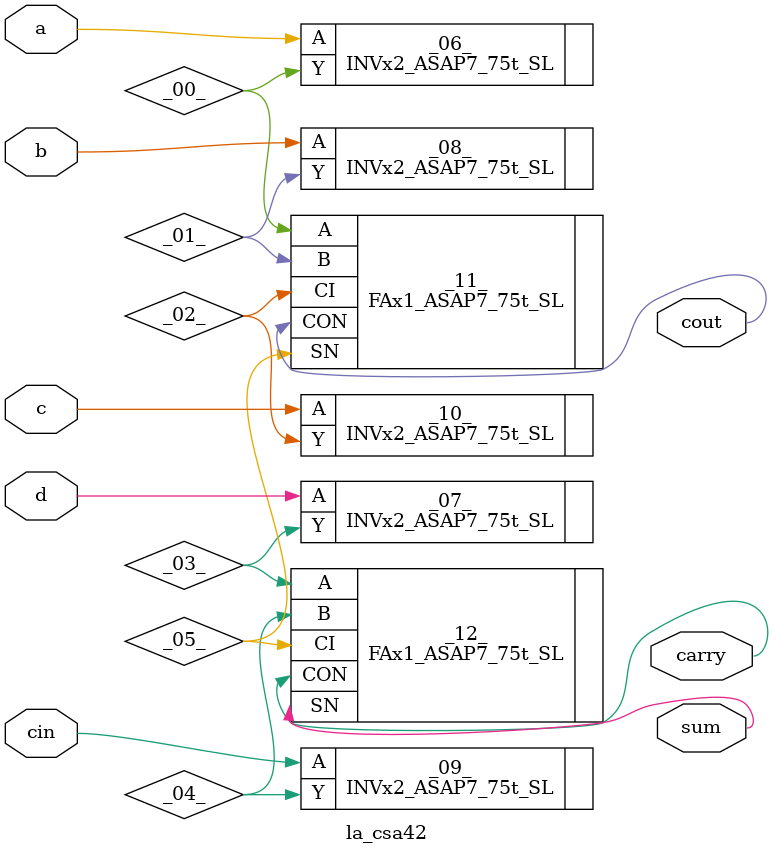
<source format=v>

/* Generated by Yosys 0.44 (git sha1 80ba43d26, g++ 11.4.0-1ubuntu1~22.04 -fPIC -O3) */

(* top =  1  *)
(* src = "inputs/la_csa42.v:10.1-28.10" *)
module la_csa42 (
    a,
    b,
    c,
    d,
    cin,
    sum,
    carry,
    cout
);
  (* force_downto = 32'b00000000000000000000000000000001 *)
  (* src = "/home/pgadfort/.sc/cache/lambdapdk-v0.1.33/lambdapdk/asap7/libs/asap7sc7p5t_slvt/techmap/yosys/cells_adders.v:6.25-6.26" *)
  wire _00_;
  (* force_downto = 32'b00000000000000000000000000000001 *)
      (* src = "/home/pgadfort/.sc/cache/lambdapdk-v0.1.33/lambdapdk/asap7/libs/asap7sc7p5t_slvt/techmap/yosys/cells_adders.v:6.28-6.29" *)
  wire _01_;
  (* force_downto = 32'b00000000000000000000000000000001 *)
      (* src = "/home/pgadfort/.sc/cache/lambdapdk-v0.1.33/lambdapdk/asap7/libs/asap7sc7p5t_slvt/techmap/yosys/cells_adders.v:6.31-6.32" *)
  wire _02_;
  (* force_downto = 32'b00000000000000000000000000000001 *)
      (* src = "/home/pgadfort/.sc/cache/lambdapdk-v0.1.33/lambdapdk/asap7/libs/asap7sc7p5t_slvt/techmap/yosys/cells_adders.v:6.25-6.26" *)
  wire _03_;
  (* force_downto = 32'b00000000000000000000000000000001 *)
      (* src = "/home/pgadfort/.sc/cache/lambdapdk-v0.1.33/lambdapdk/asap7/libs/asap7sc7p5t_slvt/techmap/yosys/cells_adders.v:6.28-6.29" *)
  wire _04_;
  (* force_downto = 32'b00000000000000000000000000000001 *)
      (* src = "/home/pgadfort/.sc/cache/lambdapdk-v0.1.33/lambdapdk/asap7/libs/asap7sc7p5t_slvt/techmap/yosys/cells_adders.v:6.31-6.32" *)
  wire _05_;
  (* src = "inputs/la_csa42.v:13.12-13.13" *)
  input a;
  wire a;
  (* src = "inputs/la_csa42.v:14.12-14.13" *)
  input b;
  wire b;
  (* src = "inputs/la_csa42.v:15.12-15.13" *)
  input c;
  wire c;
  (* src = "inputs/la_csa42.v:19.12-19.17" *)
  output carry;
  wire carry;
  (* src = "inputs/la_csa42.v:17.12-17.15" *)
  input cin;
  wire cin;
  (* src = "inputs/la_csa42.v:20.12-20.16" *)
  output cout;
  wire cout;
  (* src = "inputs/la_csa42.v:16.12-16.13" *)
  input d;
  wire d;
  (* src = "inputs/la_csa42.v:18.12-18.15" *)
  output sum;
  wire sum;
  INVx2_ASAP7_75t_SL _06_ (
      .A(a),
      .Y(_00_)
  );
  INVx2_ASAP7_75t_SL _07_ (
      .A(d),
      .Y(_03_)
  );
  INVx2_ASAP7_75t_SL _08_ (
      .A(b),
      .Y(_01_)
  );
  INVx2_ASAP7_75t_SL _09_ (
      .A(cin),
      .Y(_04_)
  );
  INVx2_ASAP7_75t_SL _10_ (
      .A(c),
      .Y(_02_)
  );
  (* module_not_derived = 32'b00000000000000000000000000000001 *)
      (* src = "/home/pgadfort/.sc/cache/lambdapdk-v0.1.33/lambdapdk/asap7/libs/asap7sc7p5t_slvt/techmap/yosys/cells_adders.v:44.27-46.12" *)
  FAx1_ASAP7_75t_SL _11_ (
      .A  (_00_),
      .B  (_01_),
      .CI (_02_),
      .CON(cout),
      .SN (_05_)
  );
  (* module_not_derived = 32'b00000000000000000000000000000001 *)
      (* src = "/home/pgadfort/.sc/cache/lambdapdk-v0.1.33/lambdapdk/asap7/libs/asap7sc7p5t_slvt/techmap/yosys/cells_adders.v:44.27-46.12" *)
  FAx1_ASAP7_75t_SL _12_ (
      .A  (_03_),
      .B  (_04_),
      .CI (_05_),
      .CON(carry),
      .SN (sum)
  );
endmodule

</source>
